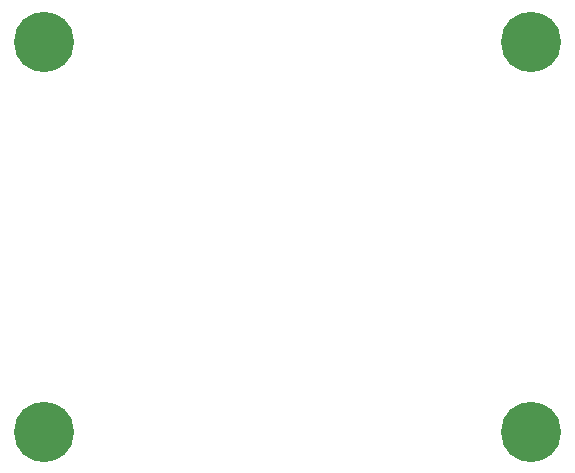
<source format=gbs>
%TF.GenerationSoftware,KiCad,Pcbnew,(5.1.8)-1*%
%TF.CreationDate,2021-01-26T14:35:44+01:00*%
%TF.ProjectId,D32 Joystick Adapter Faceplate A2,44333220-4a6f-4797-9374-69636b204164,rev?*%
%TF.SameCoordinates,Original*%
%TF.FileFunction,Soldermask,Bot*%
%TF.FilePolarity,Negative*%
%FSLAX46Y46*%
G04 Gerber Fmt 4.6, Leading zero omitted, Abs format (unit mm)*
G04 Created by KiCad (PCBNEW (5.1.8)-1) date 2021-01-26 14:35:44*
%MOMM*%
%LPD*%
G01*
G04 APERTURE LIST*
%ADD10C,5.100000*%
G04 APERTURE END LIST*
D10*
%TO.C,M1*%
X102235000Y-108585000D03*
%TD*%
%TO.C,M2*%
X143510000Y-108585000D03*
%TD*%
%TO.C,M3*%
X143510000Y-75565000D03*
%TD*%
%TO.C,M4*%
X102235000Y-75565000D03*
%TD*%
M02*

</source>
